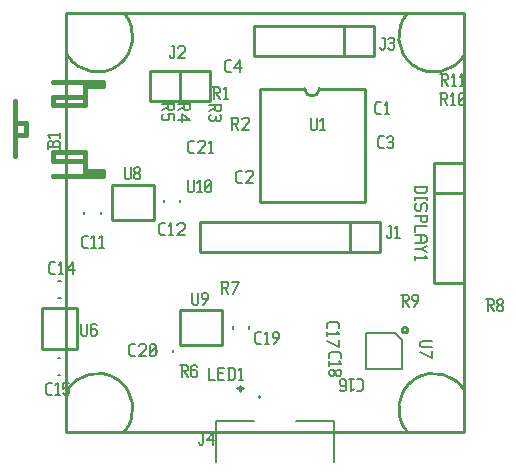
<source format=gto>
G04 start of page 10 for group -4079 idx -4079 *
G04 Title: SAP, topsilk *
G04 Creator: pcb 4.0.2 *
G04 CreationDate: Sat Jan 19 10:52:36 2019 UTC *
G04 For: phil *
G04 Format: Gerber/RS-274X *
G04 PCB-Dimensions (mil): 1811.02 1574.80 *
G04 PCB-Coordinate-Origin: lower left *
%MOIN*%
%FSLAX25Y25*%
%LNGTO*%
%ADD71C,0.0071*%
%ADD70C,0.0079*%
%ADD69C,0.0050*%
%ADD68C,0.0080*%
%ADD67C,0.0150*%
%ADD66C,0.0100*%
G54D66*X78071Y30512D02*Y28701D01*
X79134Y29685D02*X77008D01*
G54D67*X15605Y131989D02*X32435D01*
X15605Y100489D02*X32435D01*
Y102069D02*Y100489D01*
X26525Y101279D02*X32435D01*
X26525Y102069D02*X32435D01*
X26525Y131199D02*X32435D01*
X26525Y130409D02*X32435D01*
Y131989D02*Y130409D01*
X2905Y118209D02*X6845D01*
Y114269D01*
X2905D02*X6845D01*
X15605Y124109D02*X26525D01*
X15605Y126869D02*Y124109D01*
Y126869D02*X26525D01*
X15605Y108369D02*X26525D01*
X15605D02*Y105609D01*
X26525D01*
X2905Y125369D02*Y107109D01*
X26525Y108369D02*Y100489D01*
Y131989D02*Y124109D01*
X2905Y122539D02*Y121359D01*
G54D66*X11893Y56591D02*Y42691D01*
X23693D01*
Y56591D02*Y42691D01*
X11893Y56591D02*X23693D01*
G54D68*X17441Y59922D02*X18227D01*
X17441Y65432D02*X18227D01*
X17363Y39763D02*X18149D01*
X17363Y34253D02*X18149D01*
G54D66*X64606Y85079D02*X124606D01*
X64606D02*Y75079D01*
X124606D01*
Y85079D02*Y75079D01*
X114606Y85079D02*Y75079D01*
X124606D01*
G54D68*X50238Y42642D02*Y41856D01*
X55748Y42642D02*Y41856D01*
X81064Y50352D02*Y49566D01*
X75554Y50352D02*Y49566D01*
G54D66*X58157Y55838D02*X72057D01*
X58157D02*Y44038D01*
X72057D01*
Y55838D02*Y44038D01*
G54D69*X120158Y48031D02*X129858D01*
X131968Y45921D01*
Y36221D01*
X120158D02*X131968D01*
X120158Y48031D02*Y36221D01*
G54D66*X133063Y50126D02*G75*G03X133063Y50126I0J-1000D01*G01*
X82756Y150354D02*X122756D01*
X82756D02*Y140354D01*
X122756D01*
Y150354D02*Y140354D01*
X112756Y150354D02*Y140354D01*
X122756D01*
G54D68*X26182Y88582D02*Y87796D01*
X31692Y88582D02*Y87796D01*
X52618Y92471D02*Y91685D01*
X58128Y92471D02*Y91685D01*
G54D66*X35352Y97677D02*X49252D01*
X35352D02*Y85877D01*
X49252D01*
Y97677D02*Y85877D01*
X47913Y135591D02*X67913D01*
X47913D02*Y125591D01*
X67913D01*
Y135591D02*Y125591D01*
X57913Y135591D02*Y125591D01*
X67913D01*
X84653Y129680D02*X99553D01*
X104553D02*X119553D01*
Y91880D01*
X84653D01*
Y129680D01*
X99553D02*G75*G03X104553Y129680I2500J0D01*G01*
X152795Y154843D02*Y15079D01*
X20118D02*X152795D01*
X20118Y154843D02*Y15079D01*
Y154843D02*X152795D01*
X142677Y104724D02*Y64724D01*
X152677D01*
Y104724D02*Y64724D01*
X142677Y104724D02*X152677D01*
X142677Y94724D02*X152677D01*
Y104724D02*Y94724D01*
X133979Y154872D02*G75*G03X152772Y140710I8777J-7903D01*G01*
X152985Y28858D02*G75*G03X133708Y15361I-10229J-5906D01*G01*
X20535Y140710D02*G75*G03X39328Y154872I10016J6259D01*G01*
X39599Y15361D02*G75*G03X20323Y28858I-9048J7592D01*G01*
G54D69*X70000Y18976D02*Y5197D01*
Y18976D02*X82599D01*
X96771D02*X109370D01*
Y5197D01*
G54D70*X84567Y26456D02*G75*G03X84567Y26456I0J394D01*G01*
G75*G03X84567Y26456I0J394D01*G01*
G54D71*X125503Y146520D02*X126303D01*
Y143020D01*
X125803Y142520D02*X126303Y143020D01*
X125303Y142520D02*X125803D01*
X124803Y143020D02*X125303Y142520D01*
X124803Y143520D02*Y143020D01*
X127503Y146020D02*X128003Y146520D01*
X129003D01*
X129503Y146020D01*
X129003Y142520D02*X129503Y143020D01*
X128003Y142520D02*X129003D01*
X127503Y143020D02*X128003Y142520D01*
Y144720D02*X129003D01*
X129503Y146020D02*Y145220D01*
Y144220D02*Y143020D01*
Y144220D02*X129003Y144720D01*
X129503Y145220D02*X129003Y144720D01*
X144885Y134433D02*X146885D01*
X147385Y133933D01*
Y132933D01*
X146885Y132433D02*X147385Y132933D01*
X145385Y132433D02*X146885D01*
X145385Y134433D02*Y130433D01*
X146185Y132433D02*X147385Y130433D01*
X148585Y133633D02*X149385Y134433D01*
Y130433D01*
X148585D02*X150085D01*
X151285Y133633D02*X152085Y134433D01*
Y130433D01*
X151285D02*X152785D01*
X144607Y128056D02*X146607D01*
X147107Y127556D01*
Y126556D01*
X146607Y126056D02*X147107Y126556D01*
X145107Y126056D02*X146607D01*
X145107Y128056D02*Y124056D01*
X145907Y126056D02*X147107Y124056D01*
X148307Y127256D02*X149107Y128056D01*
Y124056D01*
X148307D02*X149807D01*
X151007Y124556D02*X151507Y124056D01*
X151007Y127556D02*Y124556D01*
Y127556D02*X151507Y128056D01*
X152507D01*
X153007Y127556D01*
Y124556D01*
X152507Y124056D02*X153007Y124556D01*
X151507Y124056D02*X152507D01*
X151007Y125056D02*X153007Y127056D01*
X123811Y121024D02*X125111D01*
X123111Y121724D02*X123811Y121024D01*
X123111Y124324D02*Y121724D01*
Y124324D02*X123811Y125024D01*
X125111D01*
X126311Y124224D02*X127111Y125024D01*
Y121024D01*
X126311D02*X127811D01*
X127747Y83843D02*X128547D01*
Y80343D01*
X128047Y79843D02*X128547Y80343D01*
X127547Y79843D02*X128047D01*
X127047Y80343D02*X127547Y79843D01*
X127047Y80843D02*Y80343D01*
X129747Y83043D02*X130547Y83843D01*
Y79843D01*
X129747D02*X131247D01*
X101635Y119692D02*Y116192D01*
X102135Y115692D01*
X103135D01*
X103635Y116192D01*
Y119692D02*Y116192D01*
X104835Y118892D02*X105635Y119692D01*
Y115692D01*
X104835D02*X106335D01*
X77472Y98244D02*X78772D01*
X76772Y98944D02*X77472Y98244D01*
X76772Y101544D02*Y98944D01*
Y101544D02*X77472Y102244D01*
X78772D01*
X79972Y101744D02*X80472Y102244D01*
X81972D01*
X82472Y101744D01*
Y100744D01*
X79972Y98244D02*X82472Y100744D01*
X79972Y98244D02*X82472D01*
X74920Y119945D02*X76920D01*
X77420Y119445D01*
Y118445D01*
X76920Y117945D02*X77420Y118445D01*
X75420Y117945D02*X76920D01*
X75420Y119945D02*Y115945D01*
X76220Y117945D02*X77420Y115945D01*
X78620Y119445D02*X79120Y119945D01*
X80620D01*
X81120Y119445D01*
Y118445D01*
X78620Y115945D02*X81120Y118445D01*
X78620Y115945D02*X81120D01*
X124597Y109685D02*X125897D01*
X123897Y110385D02*X124597Y109685D01*
X123897Y112985D02*Y110385D01*
Y112985D02*X124597Y113685D01*
X125897D01*
X127097Y113185D02*X127597Y113685D01*
X128597D01*
X129097Y113185D01*
X128597Y109685D02*X129097Y110185D01*
X127597Y109685D02*X128597D01*
X127097Y110185D02*X127597Y109685D01*
Y111885D02*X128597D01*
X129097Y113185D02*Y112385D01*
Y111385D02*Y110185D01*
Y111385D02*X128597Y111885D01*
X129097Y112385D02*X128597Y111885D01*
X25983Y76597D02*X27283D01*
X25283Y77297D02*X25983Y76597D01*
X25283Y79897D02*Y77297D01*
Y79897D02*X25983Y80597D01*
X27283D01*
X28483Y79797D02*X29283Y80597D01*
Y76597D01*
X28483D02*X29983D01*
X31183Y79797D02*X31983Y80597D01*
Y76597D01*
X31183D02*X32683D01*
X51865Y80739D02*X53165D01*
X51165Y81439D02*X51865Y80739D01*
X51165Y84039D02*Y81439D01*
Y84039D02*X51865Y84739D01*
X53165D01*
X54365Y83939D02*X55165Y84739D01*
Y80739D01*
X54365D02*X55865D01*
X57065Y84239D02*X57565Y84739D01*
X59065D01*
X59565Y84239D01*
Y83239D01*
X57065Y80739D02*X59565Y83239D01*
X57065Y80739D02*X59565D01*
X41842Y40472D02*X43142D01*
X41142Y41172D02*X41842Y40472D01*
X41142Y43772D02*Y41172D01*
Y43772D02*X41842Y44472D01*
X43142D01*
X44342Y43972D02*X44842Y44472D01*
X46342D01*
X46842Y43972D01*
Y42972D01*
X44342Y40472D02*X46842Y42972D01*
X44342Y40472D02*X46842D01*
X48042Y40972D02*X48542Y40472D01*
X48042Y43972D02*Y40972D01*
Y43972D02*X48542Y44472D01*
X49542D01*
X50042Y43972D01*
Y40972D01*
X49542Y40472D02*X50042Y40972D01*
X48542Y40472D02*X49542D01*
X48042Y41472D02*X50042Y43472D01*
X83771Y44488D02*X85071D01*
X83071Y45188D02*X83771Y44488D01*
X83071Y47788D02*Y45188D01*
Y47788D02*X83771Y48488D01*
X85071D01*
X86271Y47688D02*X87071Y48488D01*
Y44488D01*
X86271D02*X87771D01*
X89471D02*X90971Y46488D01*
Y47988D02*Y46488D01*
X90471Y48488D02*X90971Y47988D01*
X89471Y48488D02*X90471D01*
X88971Y47988D02*X89471Y48488D01*
X88971Y47988D02*Y46988D01*
X89471Y46488D01*
X90971D01*
X67598Y36559D02*Y32559D01*
X69598D01*
X70798Y34759D02*X72298D01*
X70798Y32559D02*X72798D01*
X70798Y36559D02*Y32559D01*
Y36559D02*X72798D01*
X74498D02*Y32559D01*
X75798Y36559D02*X76498Y35859D01*
Y33259D01*
X75798Y32559D02*X76498Y33259D01*
X73998Y32559D02*X75798D01*
X73998Y36559D02*X75798D01*
X77698Y35759D02*X78498Y36559D01*
Y32559D01*
X77698D02*X79198D01*
X58070Y37504D02*X60070D01*
X60570Y37004D01*
Y36004D01*
X60070Y35504D02*X60570Y36004D01*
X58570Y35504D02*X60070D01*
X58570Y37504D02*Y33504D01*
X59370Y35504D02*X60570Y33504D01*
X63270Y37504D02*X63770Y37004D01*
X62270Y37504D02*X63270D01*
X61770Y37004D02*X62270Y37504D01*
X61770Y37004D02*Y34004D01*
X62270Y33504D01*
X63270Y35704D02*X63770Y35204D01*
X61770Y35704D02*X63270D01*
X62270Y33504D02*X63270D01*
X63770Y34004D01*
Y35204D02*Y34004D01*
X65023Y15013D02*X65823D01*
Y11513D01*
X65323Y11013D02*X65823Y11513D01*
X64823Y11013D02*X65323D01*
X64323Y11513D02*X64823Y11013D01*
X64323Y12013D02*Y11513D01*
X67023Y12513D02*X69023Y15013D01*
X67023Y12513D02*X69523D01*
X69023Y15013D02*Y11013D01*
X17948Y111546D02*Y109546D01*
Y111546D02*X17448Y112046D01*
X16248D02*X17448D01*
X15748Y111546D02*X16248Y112046D01*
X15748Y111546D02*Y110046D01*
X13948D02*X17948D01*
X13948Y111546D02*Y109546D01*
Y111546D02*X14448Y112046D01*
X15248D01*
X15748Y111546D02*X15248Y112046D01*
X14748Y113246D02*X13948Y114046D01*
X17948D01*
Y114746D02*Y113246D01*
X25063Y51247D02*Y47747D01*
X25563Y47247D01*
X26563D01*
X27063Y47747D01*
Y51247D02*Y47747D01*
X29763Y51247D02*X30263Y50747D01*
X28763Y51247D02*X29763D01*
X28263Y50747D02*X28763Y51247D01*
X28263Y50747D02*Y47747D01*
X28763Y47247D01*
X29763Y49447D02*X30263Y48947D01*
X28263Y49447D02*X29763D01*
X28763Y47247D02*X29763D01*
X30263Y47747D01*
Y48947D02*Y47747D01*
X15188Y67717D02*X16488D01*
X14488Y68417D02*X15188Y67717D01*
X14488Y71017D02*Y68417D01*
Y71017D02*X15188Y71717D01*
X16488D01*
X17688Y70917D02*X18488Y71717D01*
Y67717D01*
X17688D02*X19188D01*
X20388Y69217D02*X22388Y71717D01*
X20388Y69217D02*X22888D01*
X22388Y71717D02*Y67717D01*
X13967Y27599D02*X15267D01*
X13267Y28299D02*X13967Y27599D01*
X13267Y30899D02*Y28299D01*
Y30899D02*X13967Y31599D01*
X15267D01*
X16467Y30799D02*X17267Y31599D01*
Y27599D01*
X16467D02*X17967D01*
X19167Y31599D02*X21167D01*
X19167D02*Y29599D01*
X19667Y30099D01*
X20667D01*
X21167Y29599D01*
Y28099D01*
X20667Y27599D02*X21167Y28099D01*
X19667Y27599D02*X20667D01*
X19167Y28099D02*X19667Y27599D01*
X39606Y103449D02*Y99949D01*
X40106Y99449D01*
X41106D01*
X41606Y99949D01*
Y103449D02*Y99949D01*
X42806D02*X43306Y99449D01*
X42806Y100749D02*Y99949D01*
Y100749D02*X43506Y101449D01*
X44106D01*
X44806Y100749D01*
Y99949D01*
X44306Y99449D02*X44806Y99949D01*
X43306Y99449D02*X44306D01*
X42806Y102149D02*X43506Y101449D01*
X42806Y102949D02*Y102149D01*
Y102949D02*X43306Y103449D01*
X44306D01*
X44806Y102949D01*
Y102149D01*
X44106Y101449D02*X44806Y102149D01*
X107756Y41189D02*Y39889D01*
X108456Y41889D02*X107756Y41189D01*
X108456Y41889D02*X111056D01*
X111756Y41189D01*
Y39889D01*
X110956Y38689D02*X111756Y37889D01*
X107756D02*X111756D01*
X107756Y38689D02*Y37189D01*
X108256Y35989D02*X107756Y35489D01*
X108256Y35989D02*X109056D01*
X109756Y35289D01*
Y34689D01*
X109056Y33989D01*
X108256D02*X109056D01*
X107756Y34489D02*X108256Y33989D01*
X107756Y35489D02*Y34489D01*
X110456Y35989D02*X109756Y35289D01*
X110456Y35989D02*X111256D01*
X111756Y35489D01*
Y34489D01*
X111256Y33989D01*
X110456D02*X111256D01*
X109756Y34689D02*X110456Y33989D01*
X107126Y51071D02*Y49771D01*
X107826Y51771D02*X107126Y51071D01*
X107826Y51771D02*X110426D01*
X111126Y51071D01*
Y49771D01*
X110326Y48571D02*X111126Y47771D01*
X107126D02*X111126D01*
X107126Y48571D02*Y47071D01*
Y45371D02*X111126Y43371D01*
Y45871D02*Y43371D01*
X117173Y32756D02*X118473D01*
X119173Y32056D02*X118473Y32756D01*
X119173Y32056D02*Y29456D01*
X118473Y28756D01*
X117173D02*X118473D01*
X115973Y29556D02*X115173Y28756D01*
Y32756D02*Y28756D01*
X114473Y32756D02*X115973D01*
X111773Y28756D02*X111273Y29256D01*
X111773Y28756D02*X112773D01*
X113273Y29256D02*X112773Y28756D01*
X113273Y32256D02*Y29256D01*
Y32256D02*X112773Y32756D01*
X111773Y30556D02*X111273Y31056D01*
X111773Y30556D02*X113273D01*
X111773Y32756D02*X112773D01*
X111773D02*X111273Y32256D01*
Y31056D01*
X62155Y61666D02*Y58166D01*
X62655Y57666D01*
X63655D01*
X64155Y58166D01*
Y61666D02*Y58166D01*
X65855Y57666D02*X67355Y59666D01*
Y61166D02*Y59666D01*
X66855Y61666D02*X67355Y61166D01*
X65855Y61666D02*X66855D01*
X65355Y61166D02*X65855Y61666D01*
X65355Y61166D02*Y60166D01*
X65855Y59666D01*
X67355D01*
X131772Y60969D02*X133772D01*
X134272Y60469D01*
Y59469D01*
X133772Y58969D02*X134272Y59469D01*
X132272Y58969D02*X133772D01*
X132272Y60969D02*Y56969D01*
X133072Y58969D02*X134272Y56969D01*
X135972D02*X137472Y58969D01*
Y60469D02*Y58969D01*
X136972Y60969D02*X137472Y60469D01*
X135972Y60969D02*X136972D01*
X135472Y60469D02*X135972Y60969D01*
X135472Y60469D02*Y59469D01*
X135972Y58969D01*
X137472D01*
X160080Y59512D02*X162080D01*
X162580Y59012D01*
Y58012D01*
X162080Y57512D02*X162580Y58012D01*
X160580Y57512D02*X162080D01*
X160580Y59512D02*Y55512D01*
X161380Y57512D02*X162580Y55512D01*
X163780Y56012D02*X164280Y55512D01*
X163780Y56812D02*Y56012D01*
Y56812D02*X164480Y57512D01*
X165080D01*
X165780Y56812D01*
Y56012D01*
X165280Y55512D02*X165780Y56012D01*
X164280Y55512D02*X165280D01*
X163780Y58212D02*X164480Y57512D01*
X163780Y59012D02*Y58212D01*
Y59012D02*X164280Y59512D01*
X165280D01*
X165780Y59012D01*
Y58212D01*
X165080Y57512D02*X165780Y58212D01*
X55306Y143685D02*X56106D01*
Y140185D01*
X55606Y139685D02*X56106Y140185D01*
X55106Y139685D02*X55606D01*
X54606Y140185D02*X55106Y139685D01*
X54606Y140685D02*Y140185D01*
X57306Y143185D02*X57806Y143685D01*
X59306D01*
X59806Y143185D01*
Y142185D01*
X57306Y139685D02*X59806Y142185D01*
X57306Y139685D02*X59806D01*
X61244Y124882D02*Y122882D01*
X60744Y122382D01*
X59744D02*X60744D01*
X59244Y122882D02*X59744Y122382D01*
X59244Y124382D02*Y122882D01*
X57244Y124382D02*X61244D01*
X59244Y123582D02*X57244Y122382D01*
X58744Y121182D02*X61244Y119182D01*
X58744Y121182D02*Y118682D01*
X57244Y119182D02*X61244D01*
X71756Y124607D02*Y122607D01*
X71256Y122107D01*
X70256D02*X71256D01*
X69756Y122607D02*X70256Y122107D01*
X69756Y124107D02*Y122607D01*
X67756Y124107D02*X71756D01*
X69756Y123307D02*X67756Y122107D01*
X71256Y120907D02*X71756Y120407D01*
Y119407D01*
X71256Y118907D01*
X67756Y119407D02*X68256Y118907D01*
X67756Y120407D02*Y119407D01*
X68256Y120907D02*X67756Y120407D01*
X69956D02*Y119407D01*
X70456Y118907D02*X71256D01*
X68256D02*X69456D01*
X69956Y119407D01*
X70456Y118907D02*X69956Y119407D01*
X73616Y135158D02*X74916D01*
X72916Y135858D02*X73616Y135158D01*
X72916Y138458D02*Y135858D01*
Y138458D02*X73616Y139158D01*
X74916D01*
X76116Y136658D02*X78116Y139158D01*
X76116Y136658D02*X78616D01*
X78116Y139158D02*Y135158D01*
X68859Y130181D02*X70859D01*
X71359Y129681D01*
Y128681D01*
X70859Y128181D02*X71359Y128681D01*
X69359Y128181D02*X70859D01*
X69359Y130181D02*Y126181D01*
X70159Y128181D02*X71359Y126181D01*
X72559Y129381D02*X73359Y130181D01*
Y126181D01*
X72559D02*X74059D01*
X71653Y65260D02*X73653D01*
X74153Y64760D01*
Y63760D01*
X73653Y63260D02*X74153Y63760D01*
X72153Y63260D02*X73653D01*
X72153Y65260D02*Y61260D01*
X72953Y63260D02*X74153Y61260D01*
X75853D02*X77853Y65260D01*
X75353D02*X77853D01*
X56048Y124883D02*Y122883D01*
X55548Y122383D01*
X54548D02*X55548D01*
X54048Y122883D02*X54548Y122383D01*
X54048Y124383D02*Y122883D01*
X52048Y124383D02*X56048D01*
X54048Y123583D02*X52048Y122383D01*
X56048Y121183D02*Y119183D01*
X54048Y121183D02*X56048D01*
X54048D02*X54548Y120683D01*
Y119683D01*
X54048Y119183D01*
X52548D02*X54048D01*
X52048Y119683D02*X52548Y119183D01*
X52048Y120683D02*Y119683D01*
X52548Y121183D02*X52048Y120683D01*
X61449Y108268D02*X62749D01*
X60749Y108968D02*X61449Y108268D01*
X60749Y111568D02*Y108968D01*
Y111568D02*X61449Y112268D01*
X62749D01*
X63949Y111768D02*X64449Y112268D01*
X65949D01*
X66449Y111768D01*
Y110768D01*
X63949Y108268D02*X66449Y110768D01*
X63949Y108268D02*X66449D01*
X67649Y111468D02*X68449Y112268D01*
Y108268D01*
X67649D02*X69149D01*
X60630Y99039D02*Y95539D01*
X61130Y95039D01*
X62130D01*
X62630Y95539D01*
Y99039D02*Y95539D01*
X63830Y98239D02*X64630Y99039D01*
Y95039D01*
X63830D02*X65330D01*
X66530Y95539D02*X67030Y95039D01*
X66530Y98539D02*Y95539D01*
Y98539D02*X67030Y99039D01*
X68030D01*
X68530Y98539D01*
Y95539D01*
X68030Y95039D02*X68530Y95539D01*
X67030Y95039D02*X68030D01*
X66530Y96039D02*X68530Y98039D01*
X136417Y96783D02*X140417D01*
Y95483D02*X139717Y94783D01*
X137117D02*X139717D01*
X136417Y95483D02*X137117Y94783D01*
X136417Y97283D02*Y95483D01*
X140417Y97283D02*Y95483D01*
Y93583D02*Y92583D01*
X136417Y93083D02*X140417D01*
X136417Y93583D02*Y92583D01*
X140417Y89383D02*X139917Y88883D01*
X140417Y90883D02*Y89383D01*
X139917Y91383D02*X140417Y90883D01*
X138917Y91383D02*X139917D01*
X138917D02*X138417Y90883D01*
Y89383D01*
X137917Y88883D01*
X136917D02*X137917D01*
X136417Y89383D02*X136917Y88883D01*
X136417Y90883D02*Y89383D01*
X136917Y91383D02*X136417Y90883D01*
Y87183D02*X140417D01*
Y87683D02*Y85683D01*
X139917Y85183D01*
X138917D02*X139917D01*
X138417Y85683D02*X138917Y85183D01*
X138417Y87183D02*Y85683D01*
X136417Y83983D02*X140417D01*
X136417D02*Y81983D01*
Y80783D02*X139417D01*
X140417Y80083D01*
Y78983D01*
X139417Y78283D01*
X136417D02*X139417D01*
X138417Y80783D02*Y78283D01*
X140417Y77083D02*X138417Y76083D01*
X140417Y75083D01*
X136417Y76083D02*X138417D01*
X139617Y73883D02*X140417Y73083D01*
X136417D02*X140417D01*
X136417Y73883D02*Y72383D01*
X138689Y45433D02*X142189D01*
X138689D02*X138189Y44933D01*
Y43933D01*
X138689Y43433D01*
X142189D01*
X138189Y41733D02*X142189Y39733D01*
Y42233D02*Y39733D01*
M02*

</source>
